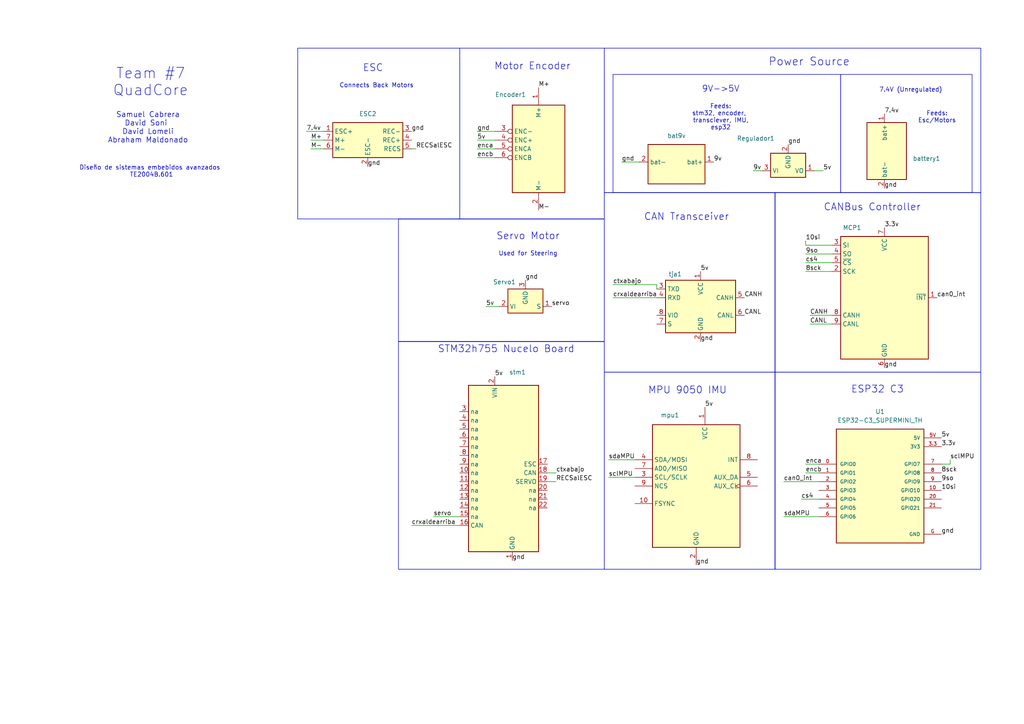
<source format=kicad_sch>
(kicad_sch (version 20250114) (generator "eeschema") (generator_version "9.0")
  (paper "A4")
  (title_block (title "PCB_Embebidos"))
  (lib_symbols
    (symbol "ENCODER:Encoder"
      (symbol "Encoder_1_0"
        (pin power_in inverted (at -12.7 5.08 0) (length 5.08) (name "ENC-") (number "3"))
        (pin power_in inverted (at -12.7 2.54 0) (length 5.08) (name "ENC+") (number "4"))
        (pin output inverted (at -12.7 0 0) (length 5.08) (name "ENCA") (number "5"))
        (pin output inverted (at -12.7 -2.54 0) (length 5.08) (name "ENCB") (number "6"))
        (pin power_in line (at 0 17.78 270) (length 5.08) (name "M+") (number "1"))
        (pin power_in line (at 0 -17.78 90) (length 5.08) (name "M-") (number "2"))
      )
      (symbol "Encoder_1_1"
        (rectangle (start -7.62 12.7) (end 7.62 -12.7) (stroke (width 0.254)) (fill (type background)))
      )
    )
    (symbol "ESC:ESC"
      (property "Reference" "ESC2" (at 0 6.35 0))
      (symbol "ESC_0_1"
        (rectangle (start -10.16 3.81) (end 10.16 -6.35) (stroke (width 0.254)) (fill (type background)))
      )
      (symbol "ESC_1_0"
        (pin output line (at -12.7 -3.81 0) (length 2.54) (name "M-") (number "6"))
        (pin power_out line (at 12.7 1.27 180) (length 2.54) (name "REC-") (number "3"))
        (pin power_out line (at 12.7 -1.27 180) (length 2.54) (name "REC+") (number "4"))
        (pin input line (at 12.7 -3.81 180) (length 2.54) (name "RECS") (number "5"))
      )
      (symbol "ESC_1_1"
        (pin power_in line (at -12.7 1.27 0) (length 2.54) (name "ESC+") (number "1"))
        (pin output line (at -12.7 -1.27 0) (length 2.54) (name "M+") (number "7"))
        (pin power_in line (at 0 -8.89 90) (length 2.54) (name "ESC-") (number "2"))
      )
    )
    (symbol "ESP32-C3_SUPERMINI_TH:ESP32-C3_SUPERMINI_TH" (pin_names (offset 1.016))
      (property "Reference" "U" (at -12.7 16.002 0))
      (property "Value" "ESP32-C3_SUPERMINI_TH" (at -12.7 -20.32 0))
      (symbol "ESP32-C3_SUPERMINI_TH_0_0"
        (rectangle (start -12.7 -17.78) (end 12.7 15.24) (stroke (width 0.254)) (fill (type background)))
        (pin bidirectional line (at -17.78 5.08 0) (length 5.08) (name "GPIO0") (number "0"))
        (pin bidirectional line (at -17.78 2.54 0) (length 5.08) (name "GPIO1") (number "1"))
        (pin bidirectional line (at -17.78 0 0) (length 5.08) (name "GPIO2") (number "2"))
        (pin bidirectional line (at -17.78 -2.54 0) (length 5.08) (name "GPIO3") (number "3"))
        (pin bidirectional line (at -17.78 -5.08 0) (length 5.08) (name "GPIO4") (number "4"))
        (pin bidirectional line (at -17.78 -7.62 0) (length 5.08) (name "GPIO5") (number "5"))
        (pin bidirectional line (at -17.78 -10.16 0) (length 5.08) (name "GPIO6") (number "6"))
        (pin power_in line (at 17.78 12.7 180) (length 5.08) (name "5V") (number "5V"))
        (pin power_in line (at 17.78 10.16 180) (length 5.08) (name "3V3") (number "3.3"))
        (pin bidirectional line (at 17.78 5.08 180) (length 5.08) (name "GPIO7") (number "7"))
        (pin bidirectional line (at 17.78 2.54 180) (length 5.08) (name "GPIO8") (number "8"))
        (pin bidirectional line (at 17.78 0 180) (length 5.08) (name "GPIO9") (number "9"))
        (pin bidirectional line (at 17.78 -2.54 180) (length 5.08) (name "GPIO10") (number "10"))
        (pin bidirectional line (at 17.78 -5.08 180) (length 5.08) (name "GPIO20") (number "20"))
        (pin bidirectional line (at 17.78 -7.62 180) (length 5.08) (name "GPIO21") (number "21"))
        (pin power_in line (at 17.78 -15.24 180) (length 5.08) (name "GND") (number "G"))
      )
    )
    (symbol "Servo:servo"
      (symbol "servo_0_1"
        (rectangle (start -5.08 3.81) (end 5.08 -3.175) (stroke (width 0.254)) (fill (type background)))
      )
      (symbol "servo_1_1"
        (pin power_in line (at -7.62 -1.27 0) (length 2.54) (name "VI") (number "2"))
        (pin power_in line (at 0 6.35 270) (length 2.54) (name "GND") (number "3"))
        (pin output line (at 7.62 -1.27 180) (length 2.54) (name "S") (number "1"))
      )
    )
    (symbol "battery:battery"
      (symbol "battery_1_0"
        (pin power_in line (at 0 7.62 270) (length 2.54) (name "bat-") (number "2"))
        (pin power_in line (at 0 -13.97 90) (length 2.54) (name "bat+") (number "1"))
      )
      (symbol "battery_1_1"
        (rectangle (start -6.35 5.08) (end 5.08 -11.43) (stroke (width 0.254)) (fill (type background)))
      )
    )
    (symbol "mcp1051_sym:mcp1051"
      (property "Reference" "U" (at 0 0 0))
      (symbol "mcp1051_0_1"
        (rectangle (start 1.27 0) (end 26.67 -35.56) (stroke (width 0.254)) (fill (type background)))
      )
      (symbol "mcp1051_1_1"
        (pin input line (at -1.27 -2.54 0) (length 2.54) (name "SI") (number "3"))
        (pin output line (at -1.27 -5.08 0) (length 2.54) (name "SO") (number "4"))
        (pin input line (at -1.27 -7.62 0) (length 2.54) (name "~{CS}") (number "5"))
        (pin input line (at -1.27 -10.16 0) (length 2.54) (name "SCK") (number "2"))
        (pin bidirectional line (at -1.27 -22.86 0) (length 2.54) (name "CANH") (number "8"))
        (pin bidirectional line (at -1.27 -25.4 0) (length 2.54) (name "CANL") (number "9"))
        (pin no_connect line (at 1.27 -17.78 0) (length 2.54) (hide yes) (name "NC") (number "6"))
        (pin no_connect line (at 1.27 -20.32 0) (length 2.54) (hide yes) (name "NC") (number "15"))
        (pin power_in line (at 13.97 2.54 270) (length 2.54) (name "VCC") (number "7"))
        (pin power_in line (at 13.97 -38.1 90) (length 2.54) (name "GND") (number "6"))
        (pin output line (at 29.21 -17.78 180) (length 2.54) (name "~{INT}") (number "1"))
      )
    )
    (symbol "mpu9250:mpu9250"
      (symbol "mpu9250_0_1"
        (rectangle (start -11.43 15.24) (end 13.97 -20.32) (stroke (width 0.254)) (fill (type background)))
      )
      (symbol "mpu9250_1_1"
        (pin bidirectional line (at -16.51 5.08 0) (length 5.08) (name "SDA/MOSI") (number "4"))
        (pin bidirectional line (at -16.51 2.54 0) (length 5.08) (name "AD0/MISO") (number "7"))
        (pin input line (at -16.51 0 0) (length 5.08) (name "SCL/SCLK") (number "3"))
        (pin input line (at -16.51 -2.54 0) (length 5.08) (name "NCS") (number "9"))
        (pin input line (at -16.51 -7.62 0) (length 5.08) (name "FSYNC") (number "10"))
        (pin power_in line (at 1.27 -25.4 90) (length 5.08) (name "GND") (number "2"))
        (pin power_in line (at 3.81 20.32 270) (length 5.08) (name "VCC") (number "1"))
        (pin output line (at 19.05 5.08 180) (length 5.08) (name "INT") (number "8"))
        (pin bidirectional line (at 19.05 0 180) (length 5.08) (name "AUX_DA") (number "5"))
        (pin output clock (at 19.05 -2.54 180) (length 5.08) (name "AUX_CL") (number "6"))
      )
    )
    (symbol "regulator5v:regulator5v"
      (symbol "regulator5v_0_1"
        (rectangle (start -5.08 3.81) (end 5.08 -3.175) (stroke (width 0.254)) (fill (type background)))
      )
      (symbol "regulator5v_1_1"
        (pin power_in line (at -7.62 -1.27 0) (length 2.54) (name "VI") (number "3"))
        (pin power_in line (at 0 6.35 270) (length 2.54) (name "GND") (number "2"))
        (pin power_out line (at 7.62 -1.27 180) (length 2.54) (name "VO") (number "1"))
      )
    )
    (symbol "stm32h75:stm32h7"
      (symbol "stm32h7_0_1"
        (rectangle (start -10.16 22.86) (end 10.16 -25.4) (stroke (width 0.254)) (fill (type background)))
      )
      (symbol "stm32h7_1_1"
        (pin bidirectional line (at -12.7 15.24 0) (length 2.54) (name "na") (number "3"))
        (pin bidirectional line (at -12.7 12.7 0) (length 2.54) (name "na") (number "4"))
        (pin bidirectional line (at -12.7 10.16 0) (length 2.54) (name "na") (number "5"))
        (pin bidirectional line (at -12.7 7.62 0) (length 2.54) (name "na") (number "6"))
        (pin bidirectional line (at -12.7 5.08 0) (length 2.54) (name "na") (number "7"))
        (pin bidirectional line (at -12.7 2.54 0) (length 2.54) (name "na") (number "8"))
        (pin bidirectional line (at -12.7 0 0) (length 2.54) (name "na") (number "9"))
        (pin bidirectional line (at -12.7 -2.54 0) (length 2.54) (name "na") (number "10"))
        (pin bidirectional line (at -12.7 -5.08 0) (length 2.54) (name "na") (number "11"))
        (pin bidirectional line (at -12.7 -7.62 0) (length 2.54) (name "na") (number "12"))
        (pin bidirectional line (at -12.7 -10.16 0) (length 2.54) (name "na") (number "13"))
        (pin bidirectional line (at -12.7 -12.7 0) (length 2.54) (name "na") (number "14"))
        (pin bidirectional line (at -12.7 -15.24 0) (length 2.54) (name "na") (number "15"))
        (pin bidirectional line (at -12.7 -17.78 0) (length 2.54) (name "CAN") (number "16"))
        (pin no_connect line (at -10.16 -20.32 0) (length 2.54) (hide yes) (name "NC") (number "1"))
        (pin power_in line (at -2.54 25.4 270) (length 2.54) (name "VIN") (number "2"))
        (pin power_in line (at 2.54 -27.94 90) (length 2.54) (name "GND") (number "1"))
        (pin bidirectional line (at 12.7 0 180) (length 2.54) (name "ESC") (number "17"))
        (pin bidirectional line (at 12.7 -2.54 180) (length 2.54) (name "CAN") (number "18"))
        (pin bidirectional line (at 12.7 -5.08 180) (length 2.54) (name "SERVO") (number "19"))
        (pin bidirectional line (at 12.7 -7.62 180) (length 2.54) (name "na") (number "20"))
        (pin bidirectional line (at 12.7 -10.16 180) (length 2.54) (name "na") (number "21"))
        (pin bidirectional line (at 12.7 -12.7 180) (length 2.54) (name "na") (number "22"))
      )
    )
    (symbol "tja1051_sym:tja1051"
      (symbol "tja1051_0_1"
        (rectangle (start -10.16 6.35) (end 10.16 -8.89) (stroke (width 0.254)) (fill (type background)))
      )
      (symbol "tja1051_1_1"
        (pin input line (at -12.7 3.81 0) (length 2.54) (name "TXD") (number "3"))
        (pin output line (at -12.7 1.27 0) (length 2.54) (name "RXD") (number "4"))
        (pin power_in line (at -12.7 -3.81 0) (length 2.54) (name "VIO") (number "8"))
        (pin input line (at -12.7 -6.35 0) (length 2.54) (name "S") (number "7"))
        (pin power_in line (at 0 8.89 270) (length 2.54) (name "VCC") (number "1"))
        (pin power_in line (at 0 -11.43 90) (length 2.54) (name "GND") (number "2"))
        (pin bidirectional line (at 12.7 1.27 180) (length 2.54) (name "CANH") (number "5"))
        (pin bidirectional line (at 12.7 -3.81 180) (length 2.54) (name "CANL") (number "6"))
      )
    )
  )
  (rectangle (start 115.57 63.5) (end 175.26 99.06))
  (rectangle (start 133.35 13.97) (end 175.26 63.5))
  (rectangle (start 175.26 55.88) (end 224.79 107.95))
  (rectangle (start 224.79 107.95) (end 284.48 165.1))
  (rectangle (start 175.26 107.95) (end 224.79 165.1))
  (rectangle (start 177.8 21.59) (end 243.84 55.88))
  (rectangle (start 224.79 55.88) (end 284.48 107.95))
  (rectangle (start 243.84 21.59) (end 281.94 55.88))
  (rectangle (start 175.26 13.97) (end 284.48 55.88))
  (rectangle (start 115.57 99.06) (end 175.26 165.1))
  (rectangle (start 86.36 13.97) (end 133.35 63.5))
  (text "Diseño de sistemas embebidos avanzados \nTE2004B.601\n" (at 43.942 49.784 0) (effects (font (size 1.27 1.27))))
  (text "Samuel Cabrera\nDavid Soni \nDavid Lomeli\nAbraham Maldonado" (at 42.926 37.084 0) (effects (font (size 1.524 1.524))))
  (text "Feeds:\nstm32, encoder, \ntransciever, IMU,\nesp32" (at 209.042 34.036 0) (effects (font (size 1.27 1.27))))
  (text "ESP32 C3" (at 254.508 113.03 0) (effects (font (size 2.032 2.032))))
  (text "9V->5V" (at 209.042 25.908 0) (effects (font (size 1.778 1.778))))
  (text "ESC\n" (at 108.204 19.812 0) (effects (font (size 2.032 2.032))))
  (text "Motor Encoder" (at 154.432 19.304 0) (effects (font (size 2.032 2.032))))
  (text "Team #7\nQuadCore" (at 43.688 23.876 0) (effects (font (size 3.048 3.048))))
  (text "CANBus Controller" (at 252.984 60.198 0) (effects (font (size 2.032 2.032))))
  (text "STM32h755 Nucelo Board" (at 146.812 101.346 0) (effects (font (size 2.032 2.032))))
  (text "Power Source" (at 234.696 18.034 0) (effects (font (size 2.286 2.286))))
  (text "Used for Steering" (at 153.162 73.66 0) (effects (font (size 1.27 1.27))))
  (text "Servo Motor" (at 153.162 68.58 0) (effects (font (size 2.032 2.032))))
  (text "CAN Transceiver" (at 199.136 62.992 0) (effects (font (size 2.032 2.032))))
  (text "Feeds:\nEsc/Motors\n" (at 271.78 34.036 0) (effects (font (size 1.27 1.27))))
  (text "Connects Back Motors" (at 109.22 24.892 0) (effects (font (size 1.27 1.27))))
  (text "7.4V (Unregulated)" (at 264.16 26.162 0) (effects (font (size 1.27 1.27))))
  (text "MPU 9050 IMU" (at 199.39 113.284 0) (effects (font (size 2.032 2.032))))
  (wire (pts (xy 88.9 38.1) (xy 93.98 38.1)))
  (wire (pts (xy 275.59 134.62) (xy 275.59 133.35)))
  (wire (pts (xy 158.75 137.16) (xy 161.29 137.16)))
  (wire (pts (xy 143.51 38.1) (xy 138.43 38.1)))
  (wire (pts (xy 232.41 144.78) (xy 237.49 144.78)))
  (wire (pts (xy 176.53 133.35) (xy 184.15 133.35)))
  (wire (pts (xy 180.34 46.99) (xy 185.42 46.99)))
  (wire (pts (xy 177.8 82.55) (xy 190.5 82.55)))
  (wire (pts (xy 233.68 137.16) (xy 237.49 137.16)))
  (wire (pts (xy 190.5 82.55) (xy 190.5 83.82)))
  (wire (pts (xy 218.44 49.53) (xy 220.98 49.53)))
  (wire (pts (xy 161.29 139.7) (xy 158.75 139.7)))
  (wire (pts (xy 90.17 43.18) (xy 93.98 43.18)))
  (wire (pts (xy 227.33 149.86) (xy 237.49 149.86)))
  (wire (pts (xy 120.65 43.18) (xy 119.38 43.18)))
  (wire (pts (xy 241.3 71.12) (xy 233.68 71.12)))
  (wire (pts (xy 177.8 86.36) (xy 190.5 86.36)))
  (wire (pts (xy 176.53 138.43) (xy 184.15 138.43)))
  (wire (pts (xy 233.68 71.12) (xy 233.68 69.85)))
  (wire (pts (xy 233.68 78.74) (xy 241.3 78.74)))
  (wire (pts (xy 236.22 49.53) (xy 238.76 49.53)))
  (wire (pts (xy 233.68 73.66) (xy 241.3 73.66)))
  (wire (pts (xy 138.43 45.72) (xy 143.51 45.72)))
  (wire (pts (xy 273.05 134.62) (xy 275.59 134.62)))
  (wire (pts (xy 233.68 134.62) (xy 237.49 134.62)))
  (wire (pts (xy 138.43 40.64) (xy 143.51 40.64)))
  (wire (pts (xy 125.73 149.86) (xy 133.35 149.86)))
  (wire (pts (xy 233.68 76.2) (xy 241.3 76.2)))
  (wire (pts (xy 119.38 152.4) (xy 133.35 152.4)))
  (wire (pts (xy 138.43 43.18) (xy 143.51 43.18)))
  (wire (pts (xy 227.33 139.7) (xy 237.49 139.7)))
  (wire (pts (xy 234.95 93.98) (xy 241.3 93.98)))
  (wire (pts (xy 234.95 91.44) (xy 241.3 91.44)))
  (wire (pts (xy 90.17 40.64) (xy 93.98 40.64)))
  (wire (pts (xy 140.97 88.9) (xy 144.78 88.9)))
  (label "M+" (at 90.17 40.64 0))
  (label "gnd" (at 256.54 106.68 0))
  (label "crxaldearriba" (at 119.38 152.4 0))
  (label "5v" (at 140.97 88.9 0))
  (label "gnd" (at 138.43 38.1 0))
  (label "M-" (at 156.21 60.96 0))
  (label "gnd" (at 180.34 46.99 0))
  (label "5v" (at 238.76 49.53 0))
  (label "9v" (at 207.01 46.99 0))
  (label "gnd" (at 106.68 48.26 0))
  (label "RECSalESC" (at 120.65 43.18 0))
  (label "enca" (at 233.68 134.62 0))
  (label "encb" (at 138.43 45.72 0))
  (label "gnd" (at 152.4 81.28 0))
  (label "CANL" (at 234.95 93.98 0))
  (label "CANH" (at 234.95 91.44 0))
  (label "sdaMPU" (at 227.33 149.86 0))
  (label "can0_int" (at 271.78 86.36 0))
  (label "RECSalESC" (at 161.29 139.7 0))
  (label "crxaldearriba" (at 177.8 86.36 0))
  (label "5v" (at 138.43 40.64 0))
  (label "gnd" (at 203.2 99.06 0))
  (label "CANL" (at 215.9 91.44 0))
  (label "3.3v" (at 256.54 66.04 0))
  (label "8sck" (at 233.68 78.74 0))
  (label "M-" (at 90.17 43.18 0))
  (label "can0_int" (at 227.33 139.7 0))
  (label "3.3v" (at 273.05 129.54 0))
  (label "cs4" (at 233.68 76.2 0))
  (label "8sck" (at 273.05 137.16 0))
  (label "7.4v" (at 88.9 38.1 0))
  (label "gnd" (at 256.54 54.61 0))
  (label "ctxabajo" (at 177.8 82.55 0))
  (label "encb" (at 233.68 137.16 0))
  (label "sclMPU" (at 275.59 133.35 0))
  (label "CANH" (at 215.9 86.36 0))
  (label "gnd" (at 273.05 154.94 0))
  (label "gnd" (at 201.93 163.83 0))
  (label "ctxabajo" (at 161.29 137.16 0))
  (label "gnd" (at 119.38 38.1 0))
  (label "gnd" (at 148.59 162.56 0))
  (label "5v" (at 143.51 109.22 0))
  (label "cs4" (at 232.41 144.78 0))
  (label "sclMPU" (at 176.53 138.43 0))
  (label "sdaMPU" (at 176.53 133.35 0))
  (label "9so" (at 233.68 73.66 0))
  (label "5v" (at 273.05 127 0))
  (label "5v" (at 204.47 118.11 0))
  (label "5v" (at 203.2 78.74 0))
  (label "7.4v" (at 256.54 33.02 0))
  (label "10si" (at 273.05 142.24 0))
  (label "servo" (at 160.02 88.9 0))
  (label "9so" (at 273.05 139.7 0))
  (label "9v" (at 218.44 49.53 0))
  (label "gnd" (at 228.6 41.91 0))
  (label "servo" (at 125.73 149.86 0))
  (label "10si" (at 233.68 69.85 0))
  (label "M+" (at 156.21 25.4 0))
  (label "enca" (at 138.43 43.18 0))
  (symbol (lib_id "ESC:ESC") (at 106.68 39.37 0) (unit 1)
    (property "Reference" "ESC2" (at 106.68 33.02 0))
    (property "Footprint" "stm32h76:ESC" (effects (hide yes)))
  )
  (symbol (lib_id "battery:battery") (at 193.04 46.99 90) (unit 1)
    (property "Reference" "bat1" (effects (hide yes)))
    (property "Value" "bat9v" (at 196.215 39.37 90))
    (property "Footprint" "embebidos Footprints y simbolos:battery" (effects (hide yes)))
  )
  (symbol (lib_id "Servo:servo") (at 152.4 87.63 0) (unit 1)
    (property "Reference" "Servo1" (at 146.304 81.788 0))
    (property "Footprint" "stm32h76:Servo" (effects (hide yes)))
  )
  (symbol (lib_id "battery:battery") (at 256.54 46.99 180) (unit 1)
    (property "Reference" "battery1" (at 268.732 45.974 0))
    (property "Footprint" "stm32h76:battery" (effects (hide yes)))
  )
  (symbol (lib_id "regulator5v:regulator5v") (at 228.6 48.26 0) (unit 1)
    (property "Reference" "Regulador1" (at 219.202 40.132 0))
    (property "Footprint" "stm32h76:Regulador" (effects (hide yes)))
  )
  (symbol (lib_id "mcp1051_sym:mcp1051") (at 242.57 68.58 0) (unit 1)
    (property "Reference" "MCP1" (at 247.142 66.04 0))
    (property "Footprint" "stm32h76:mcp2515perobienimg" (effects (hide yes)))
  )
  (symbol (lib_id "mpu9250:mpu9250") (at 200.66 138.43 0) (unit 1)
    (property "Reference" "mpu1" (at 194.31 120.396 0))
    (property "Footprint" "stm32h76:mpu9250bien" (effects (hide yes)))
  )
  (symbol (lib_id "stm32h75:stm32h7") (at 146.05 134.62 0) (unit 1)
    (property "Reference" "stm1" (at 150.114 107.95 0))
    (property "Footprint" "stm32h76:stm32imgbien" (effects (hide yes)))
  )
  (symbol (lib_id "tja1051_sym:tja1051") (at 203.2 87.63 0) (unit 1)
    (property "Reference" "tja1" (at 195.834 79.502 0))
    (property "Footprint" "stm32h76:tja1051img" (effects (hide yes)))
  )
  (symbol (lib_id "ENCODER:Encoder") (at 156.21 43.18 0) (unit 1)
    (property "Reference" "Encoder1" (at 148.082 27.432 0))
    (property "Footprint" "stm32h76:`motorEncoder" (effects (hide yes)))
  )
  (symbol (lib_id "ESP32-C3_SUPERMINI_TH:ESP32-C3_SUPERMINI_TH") (at 255.27 139.7 0) (unit 1)
    (property "Reference" "U1" (at 255.27 119.38 0))
    (property "Value" "ESP32-C3_SUPERMINI_TH" (at 255.27 121.92 0))
    (property "Footprint" "stm32h76:MODULE_ESP32-C3_SUPERMINI_TH" (effects (hide yes)))
    (property "MF" "Espressif Systems" (effects (hide yes)))
    (property "Description_1" "Super tiny ESP32-C3 board" (effects (hide yes)))
    (property "CREATOR" "DIZAR" (effects (hide yes)))
    (property "Price" "None" (effects (hide yes)))
    (property "Package" "Package" (effects (hide yes)))
    (property "Check_prices" "https://www.snapeda.com/parts/ESP32-C3%20SuperMini_TH/Espressif+Systems/view-part/?ref=eda" (effects (hide yes)))
    (property "STANDARD" "IPC-7351B" (effects (hide yes)))
    (property "SnapEDA_Link" "https://www.snapeda.com/parts/ESP32-C3%20SuperMini_TH/Espressif+Systems/view-part/?ref=snap" (effects (hide yes)))
    (property "MP" "ESP32-C3 SuperMini_TH" (effects (hide yes)))
    (property "Availability" "Not in stock" (effects (hide yes)))
    (property "MANUFACTURER" "Espressif Systems" (effects (hide yes)))
  )
)
</source>
